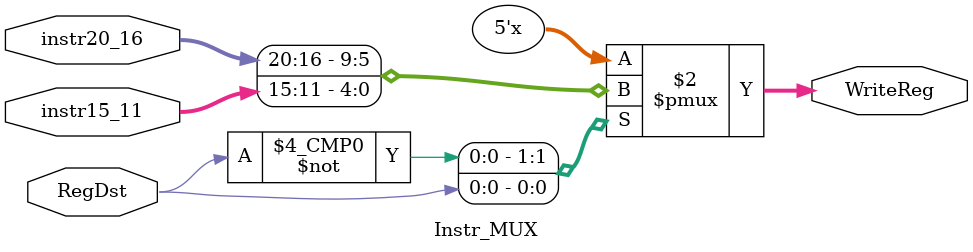
<source format=v>
module Instr_MUX (instr20_16, instr15_11, RegDst, WriteReg);
        input [20:16] instr20_16;
        input [15:11] instr15_11;
	input RegDst;                                           //Control Line
	output reg [4:0] WriteReg;
        always @ (RegDst, instr20_16, instr15_11) 
                begin
                        case(RegDst)                            //Checking Control Line RegDest                           
			        0 : WriteReg <= instr20_16;     //If RegDest is 0, select register whose address is stored in instr[20:16]
			        1 : WriteReg <= instr15_11;     //If RegDest is 1, select register whose address is stored in instr[15:11]
		        endcase
	        end
endmodule

</source>
